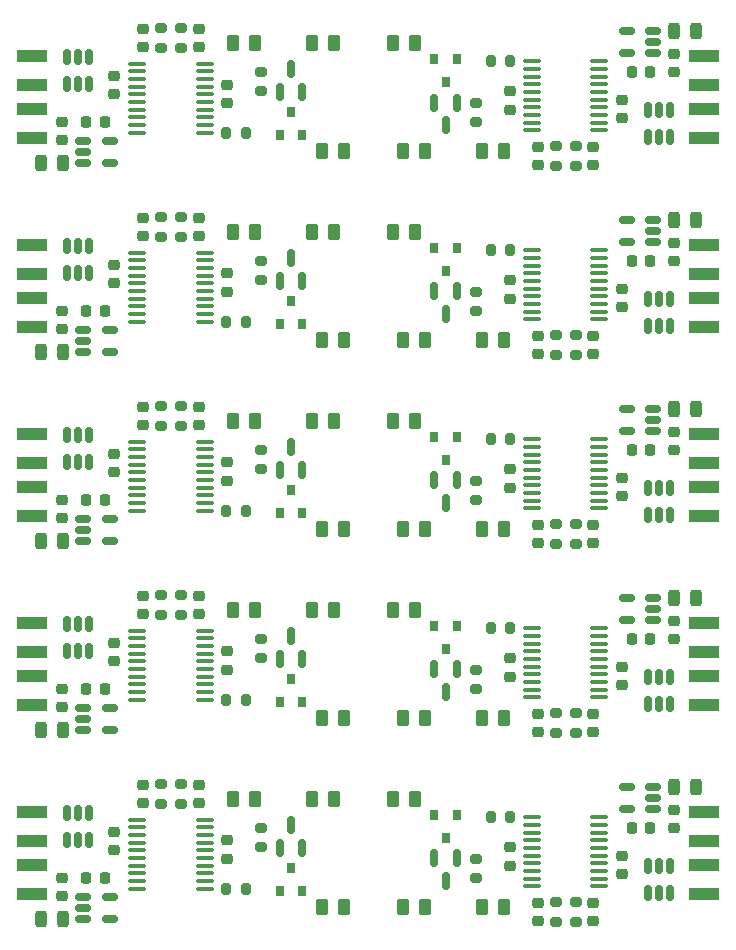
<source format=gbr>
%TF.GenerationSoftware,KiCad,Pcbnew,(5.99.0-10613-g4d227d2d2b)*%
%TF.CreationDate,2021-05-26T08:20:35+03:00*%
%TF.ProjectId,stm32_ds2480_emu_panel,73746d33-325f-4647-9332-3438305f656d,rev?*%
%TF.SameCoordinates,Original*%
%TF.FileFunction,Paste,Top*%
%TF.FilePolarity,Positive*%
%FSLAX46Y46*%
G04 Gerber Fmt 4.6, Leading zero omitted, Abs format (unit mm)*
G04 Created by KiCad (PCBNEW (5.99.0-10613-g4d227d2d2b)) date 2021-05-26 08:20:35*
%MOMM*%
%LPD*%
G01*
G04 APERTURE LIST*
G04 Aperture macros list*
%AMRoundRect*
0 Rectangle with rounded corners*
0 $1 Rounding radius*
0 $2 $3 $4 $5 $6 $7 $8 $9 X,Y pos of 4 corners*
0 Add a 4 corners polygon primitive as box body*
4,1,4,$2,$3,$4,$5,$6,$7,$8,$9,$2,$3,0*
0 Add four circle primitives for the rounded corners*
1,1,$1+$1,$2,$3*
1,1,$1+$1,$4,$5*
1,1,$1+$1,$6,$7*
1,1,$1+$1,$8,$9*
0 Add four rect primitives between the rounded corners*
20,1,$1+$1,$2,$3,$4,$5,0*
20,1,$1+$1,$4,$5,$6,$7,0*
20,1,$1+$1,$6,$7,$8,$9,0*
20,1,$1+$1,$8,$9,$2,$3,0*%
G04 Aperture macros list end*
%ADD10RoundRect,0.200000X-0.275000X0.200000X-0.275000X-0.200000X0.275000X-0.200000X0.275000X0.200000X0*%
%ADD11RoundRect,0.225000X0.250000X-0.225000X0.250000X0.225000X-0.250000X0.225000X-0.250000X-0.225000X0*%
%ADD12RoundRect,0.250000X-0.262500X-0.450000X0.262500X-0.450000X0.262500X0.450000X-0.262500X0.450000X0*%
%ADD13RoundRect,0.150000X0.150000X-0.587500X0.150000X0.587500X-0.150000X0.587500X-0.150000X-0.587500X0*%
%ADD14RoundRect,0.150000X0.512500X0.150000X-0.512500X0.150000X-0.512500X-0.150000X0.512500X-0.150000X0*%
%ADD15RoundRect,0.218750X0.256250X-0.218750X0.256250X0.218750X-0.256250X0.218750X-0.256250X-0.218750X0*%
%ADD16RoundRect,0.150000X-0.150000X0.512500X-0.150000X-0.512500X0.150000X-0.512500X0.150000X0.512500X0*%
%ADD17RoundRect,0.200000X0.200000X0.275000X-0.200000X0.275000X-0.200000X-0.275000X0.200000X-0.275000X0*%
%ADD18RoundRect,0.250000X0.262500X0.450000X-0.262500X0.450000X-0.262500X-0.450000X0.262500X-0.450000X0*%
%ADD19RoundRect,0.100000X-0.637500X-0.100000X0.637500X-0.100000X0.637500X0.100000X-0.637500X0.100000X0*%
%ADD20RoundRect,0.218750X-0.256250X0.218750X-0.256250X-0.218750X0.256250X-0.218750X0.256250X0.218750X0*%
%ADD21R,0.800000X0.900000*%
%ADD22RoundRect,0.225000X-0.250000X0.225000X-0.250000X-0.225000X0.250000X-0.225000X0.250000X0.225000X0*%
%ADD23RoundRect,0.150000X-0.512500X-0.150000X0.512500X-0.150000X0.512500X0.150000X-0.512500X0.150000X0*%
%ADD24RoundRect,0.243750X-0.243750X-0.456250X0.243750X-0.456250X0.243750X0.456250X-0.243750X0.456250X0*%
%ADD25RoundRect,0.200000X0.275000X-0.200000X0.275000X0.200000X-0.275000X0.200000X-0.275000X-0.200000X0*%
%ADD26R,2.500000X1.100000*%
%ADD27RoundRect,0.200000X-0.200000X-0.275000X0.200000X-0.275000X0.200000X0.275000X-0.200000X0.275000X0*%
%ADD28RoundRect,0.100000X0.637500X0.100000X-0.637500X0.100000X-0.637500X-0.100000X0.637500X-0.100000X0*%
%ADD29RoundRect,0.150000X-0.150000X0.587500X-0.150000X-0.587500X0.150000X-0.587500X0.150000X0.587500X0*%
%ADD30RoundRect,0.225000X-0.225000X-0.250000X0.225000X-0.250000X0.225000X0.250000X-0.225000X0.250000X0*%
%ADD31RoundRect,0.225000X0.225000X0.250000X-0.225000X0.250000X-0.225000X-0.250000X0.225000X-0.250000X0*%
%ADD32RoundRect,0.243750X0.243750X0.456250X-0.243750X0.456250X-0.243750X-0.456250X0.243750X-0.456250X0*%
%ADD33RoundRect,0.150000X0.150000X-0.512500X0.150000X0.512500X-0.150000X0.512500X-0.150000X-0.512500X0*%
G04 APERTURE END LIST*
D10*
%TO.C,R5*%
X76600009Y-50475003D03*
X76600009Y-52125003D03*
%TD*%
D11*
%TO.C,C2*%
X55499997Y-82487511D03*
X55499997Y-80937511D03*
%TD*%
%TO.C,C2*%
X55499997Y-66487504D03*
X55499997Y-64937504D03*
%TD*%
D10*
%TO.C,R1*%
X49949997Y-92175018D03*
X49949997Y-93825018D03*
%TD*%
D12*
%TO.C,R4*%
X70437509Y-54600003D03*
X72262509Y-54600003D03*
%TD*%
D13*
%TO.C,Q1*%
X59999997Y-81537511D03*
X61899997Y-81537511D03*
X60949997Y-79662511D03*
%TD*%
D14*
%TO.C,U3*%
X91637509Y-46310003D03*
X91637509Y-45360003D03*
X91637509Y-44410003D03*
X89362509Y-44410003D03*
X89362509Y-46310003D03*
%TD*%
D15*
%TO.C,D2*%
X81850009Y-103787524D03*
X81850009Y-102212524D03*
%TD*%
D16*
%TO.C,U1*%
X93050009Y-83102517D03*
X92100009Y-83102517D03*
X91150009Y-83102517D03*
X91150009Y-85377517D03*
X92100009Y-85377517D03*
X93050009Y-85377517D03*
%TD*%
D17*
%TO.C,R6*%
X79525009Y-94950024D03*
X77875009Y-94950024D03*
%TD*%
D18*
%TO.C,R7*%
X65412497Y-54599997D03*
X63587497Y-54599997D03*
%TD*%
D19*
%TO.C,U2*%
X81337509Y-94975024D03*
X81337509Y-95625024D03*
X81337509Y-96275024D03*
X81337509Y-96925024D03*
X81337509Y-97575024D03*
X81337509Y-98225024D03*
X81337509Y-98875024D03*
X81337509Y-99525024D03*
X81337509Y-100175024D03*
X81337509Y-100825024D03*
X87062509Y-100825024D03*
X87062509Y-100175024D03*
X87062509Y-99525024D03*
X87062509Y-98875024D03*
X87062509Y-98225024D03*
X87062509Y-97575024D03*
X87062509Y-96925024D03*
X87062509Y-96275024D03*
X87062509Y-95625024D03*
X87062509Y-94975024D03*
%TD*%
D12*
%TO.C,R3*%
X56037497Y-77400011D03*
X57862497Y-77400011D03*
%TD*%
D20*
%TO.C,D2*%
X53149997Y-60212504D03*
X53149997Y-61787504D03*
%TD*%
D21*
%TO.C,D3*%
X61899997Y-85250011D03*
X60949997Y-83250011D03*
X59999997Y-85250011D03*
%TD*%
D17*
%TO.C,R6*%
X79525009Y-46950003D03*
X77875009Y-46950003D03*
%TD*%
D22*
%TO.C,C1*%
X89000009Y-98225024D03*
X89000009Y-99775024D03*
%TD*%
D11*
%TO.C,C4*%
X41599997Y-117675025D03*
X41599997Y-116125025D03*
%TD*%
D23*
%TO.C,U3*%
X43362497Y-53689997D03*
X43362497Y-54639997D03*
X43362497Y-55589997D03*
X45637497Y-55589997D03*
X45637497Y-53689997D03*
%TD*%
D18*
%TO.C,R3*%
X78962509Y-118600031D03*
X77137509Y-118600031D03*
%TD*%
D12*
%TO.C,R3*%
X56037497Y-109400025D03*
X57862497Y-109400025D03*
%TD*%
D22*
%TO.C,C1*%
X89000009Y-66225010D03*
X89000009Y-67775010D03*
%TD*%
D18*
%TO.C,R4*%
X64562497Y-109400025D03*
X62737497Y-109400025D03*
%TD*%
D24*
%TO.C,F1*%
X93362509Y-60400010D03*
X95237509Y-60400010D03*
%TD*%
D25*
%TO.C,R1*%
X85050009Y-71825010D03*
X85050009Y-70175010D03*
%TD*%
D11*
%TO.C,C1*%
X45999997Y-97775018D03*
X45999997Y-96225018D03*
%TD*%
D26*
%TO.C,J2*%
X95950009Y-46500003D03*
X95950009Y-49000003D03*
X95950009Y-51000003D03*
X95950009Y-53500003D03*
%TD*%
D11*
%TO.C,C1*%
X45999997Y-81775011D03*
X45999997Y-80225011D03*
%TD*%
D16*
%TO.C,U1*%
X93050009Y-115102531D03*
X92100009Y-115102531D03*
X91150009Y-115102531D03*
X91150009Y-117377531D03*
X92100009Y-117377531D03*
X93050009Y-117377531D03*
%TD*%
D12*
%TO.C,R7*%
X69587509Y-93400024D03*
X71412509Y-93400024D03*
%TD*%
D10*
%TO.C,R2*%
X51649997Y-44174997D03*
X51649997Y-45824997D03*
%TD*%
%TO.C,R2*%
X51649997Y-108175025D03*
X51649997Y-109825025D03*
%TD*%
D27*
%TO.C,R6*%
X55474997Y-117050025D03*
X57124997Y-117050025D03*
%TD*%
D18*
%TO.C,R7*%
X65412497Y-86600011D03*
X63587497Y-86600011D03*
%TD*%
D22*
%TO.C,C4*%
X93400009Y-94325024D03*
X93400009Y-95875024D03*
%TD*%
D23*
%TO.C,U3*%
X43362497Y-85690011D03*
X43362497Y-86640011D03*
X43362497Y-87590011D03*
X45637497Y-87590011D03*
X45637497Y-85690011D03*
%TD*%
D28*
%TO.C,U2*%
X53662497Y-85025011D03*
X53662497Y-84375011D03*
X53662497Y-83725011D03*
X53662497Y-83075011D03*
X53662497Y-82425011D03*
X53662497Y-81775011D03*
X53662497Y-81125011D03*
X53662497Y-80475011D03*
X53662497Y-79825011D03*
X53662497Y-79175011D03*
X47937497Y-79175011D03*
X47937497Y-79825011D03*
X47937497Y-80475011D03*
X47937497Y-81125011D03*
X47937497Y-81775011D03*
X47937497Y-82425011D03*
X47937497Y-83075011D03*
X47937497Y-83725011D03*
X47937497Y-84375011D03*
X47937497Y-85025011D03*
%TD*%
D27*
%TO.C,R6*%
X55474997Y-85050011D03*
X57124997Y-85050011D03*
%TD*%
D12*
%TO.C,R3*%
X56037497Y-45399997D03*
X57862497Y-45399997D03*
%TD*%
D29*
%TO.C,Q1*%
X75000009Y-66462510D03*
X73100009Y-66462510D03*
X74050009Y-68337510D03*
%TD*%
D15*
%TO.C,D1*%
X86550009Y-119787531D03*
X86550009Y-118212531D03*
%TD*%
D24*
%TO.C,F1*%
X93362509Y-92400024D03*
X95237509Y-92400024D03*
%TD*%
D25*
%TO.C,R2*%
X83350009Y-71825010D03*
X83350009Y-70175010D03*
%TD*%
D22*
%TO.C,C1*%
X89000009Y-50225003D03*
X89000009Y-51775003D03*
%TD*%
D15*
%TO.C,D1*%
X86550009Y-71787510D03*
X86550009Y-70212510D03*
%TD*%
D22*
%TO.C,C4*%
X93400009Y-62325010D03*
X93400009Y-63875010D03*
%TD*%
D30*
%TO.C,C3*%
X89825009Y-79850017D03*
X91375009Y-79850017D03*
%TD*%
D12*
%TO.C,R4*%
X70437509Y-70600010D03*
X72262509Y-70600010D03*
%TD*%
D22*
%TO.C,C2*%
X79500009Y-113512531D03*
X79500009Y-115062531D03*
%TD*%
D10*
%TO.C,R1*%
X49949997Y-44174997D03*
X49949997Y-45824997D03*
%TD*%
D20*
%TO.C,D1*%
X48449997Y-76212511D03*
X48449997Y-77787511D03*
%TD*%
D22*
%TO.C,C2*%
X79500009Y-97512524D03*
X79500009Y-99062524D03*
%TD*%
D31*
%TO.C,C3*%
X45174997Y-116150025D03*
X43624997Y-116150025D03*
%TD*%
D21*
%TO.C,D3*%
X73100009Y-62750010D03*
X74050009Y-64750010D03*
X75000009Y-62750010D03*
%TD*%
D10*
%TO.C,R2*%
X51649997Y-60175004D03*
X51649997Y-61825004D03*
%TD*%
D19*
%TO.C,U2*%
X81337509Y-46975003D03*
X81337509Y-47625003D03*
X81337509Y-48275003D03*
X81337509Y-48925003D03*
X81337509Y-49575003D03*
X81337509Y-50225003D03*
X81337509Y-50875003D03*
X81337509Y-51525003D03*
X81337509Y-52175003D03*
X81337509Y-52825003D03*
X87062509Y-52825003D03*
X87062509Y-52175003D03*
X87062509Y-51525003D03*
X87062509Y-50875003D03*
X87062509Y-50225003D03*
X87062509Y-49575003D03*
X87062509Y-48925003D03*
X87062509Y-48275003D03*
X87062509Y-47625003D03*
X87062509Y-46975003D03*
%TD*%
D10*
%TO.C,R1*%
X49949997Y-60175004D03*
X49949997Y-61825004D03*
%TD*%
D11*
%TO.C,C1*%
X45999997Y-49774997D03*
X45999997Y-48224997D03*
%TD*%
D32*
%TO.C,F1*%
X41637497Y-87600011D03*
X39762497Y-87600011D03*
%TD*%
D25*
%TO.C,R5*%
X58399997Y-49524997D03*
X58399997Y-47874997D03*
%TD*%
D10*
%TO.C,R5*%
X76600009Y-66475010D03*
X76600009Y-68125010D03*
%TD*%
D21*
%TO.C,D3*%
X61899997Y-69250004D03*
X60949997Y-67250004D03*
X59999997Y-69250004D03*
%TD*%
D18*
%TO.C,R7*%
X65412497Y-102600018D03*
X63587497Y-102600018D03*
%TD*%
D33*
%TO.C,U1*%
X41949997Y-64897504D03*
X42899997Y-64897504D03*
X43849997Y-64897504D03*
X43849997Y-62622504D03*
X42899997Y-62622504D03*
X41949997Y-62622504D03*
%TD*%
D23*
%TO.C,U3*%
X43362497Y-69690004D03*
X43362497Y-70640004D03*
X43362497Y-71590004D03*
X45637497Y-71590004D03*
X45637497Y-69690004D03*
%TD*%
D21*
%TO.C,D3*%
X73100009Y-78750017D03*
X74050009Y-80750017D03*
X75000009Y-78750017D03*
%TD*%
D28*
%TO.C,U2*%
X53662497Y-101025018D03*
X53662497Y-100375018D03*
X53662497Y-99725018D03*
X53662497Y-99075018D03*
X53662497Y-98425018D03*
X53662497Y-97775018D03*
X53662497Y-97125018D03*
X53662497Y-96475018D03*
X53662497Y-95825018D03*
X53662497Y-95175018D03*
X47937497Y-95175018D03*
X47937497Y-95825018D03*
X47937497Y-96475018D03*
X47937497Y-97125018D03*
X47937497Y-97775018D03*
X47937497Y-98425018D03*
X47937497Y-99075018D03*
X47937497Y-99725018D03*
X47937497Y-100375018D03*
X47937497Y-101025018D03*
%TD*%
D22*
%TO.C,C2*%
X79500009Y-81512517D03*
X79500009Y-83062517D03*
%TD*%
D13*
%TO.C,Q1*%
X59999997Y-65537504D03*
X61899997Y-65537504D03*
X60949997Y-63662504D03*
%TD*%
D17*
%TO.C,R6*%
X79525009Y-62950010D03*
X77875009Y-62950010D03*
%TD*%
D25*
%TO.C,R2*%
X83350009Y-87825017D03*
X83350009Y-86175017D03*
%TD*%
D11*
%TO.C,C1*%
X45999997Y-113775025D03*
X45999997Y-112225025D03*
%TD*%
D15*
%TO.C,D2*%
X81850009Y-119787531D03*
X81850009Y-118212531D03*
%TD*%
D21*
%TO.C,D3*%
X73100009Y-46750003D03*
X74050009Y-48750003D03*
X75000009Y-46750003D03*
%TD*%
D31*
%TO.C,C3*%
X45174997Y-68150004D03*
X43624997Y-68150004D03*
%TD*%
D12*
%TO.C,R7*%
X69587509Y-77400017D03*
X71412509Y-77400017D03*
%TD*%
D33*
%TO.C,U1*%
X41949997Y-96897518D03*
X42899997Y-96897518D03*
X43849997Y-96897518D03*
X43849997Y-94622518D03*
X42899997Y-94622518D03*
X41949997Y-94622518D03*
%TD*%
D22*
%TO.C,C1*%
X89000009Y-82225017D03*
X89000009Y-83775017D03*
%TD*%
D19*
%TO.C,U2*%
X81337509Y-62975010D03*
X81337509Y-63625010D03*
X81337509Y-64275010D03*
X81337509Y-64925010D03*
X81337509Y-65575010D03*
X81337509Y-66225010D03*
X81337509Y-66875010D03*
X81337509Y-67525010D03*
X81337509Y-68175010D03*
X81337509Y-68825010D03*
X87062509Y-68825010D03*
X87062509Y-68175010D03*
X87062509Y-67525010D03*
X87062509Y-66875010D03*
X87062509Y-66225010D03*
X87062509Y-65575010D03*
X87062509Y-64925010D03*
X87062509Y-64275010D03*
X87062509Y-63625010D03*
X87062509Y-62975010D03*
%TD*%
D27*
%TO.C,R6*%
X55474997Y-53049997D03*
X57124997Y-53049997D03*
%TD*%
D33*
%TO.C,U1*%
X41949997Y-80897511D03*
X42899997Y-80897511D03*
X43849997Y-80897511D03*
X43849997Y-78622511D03*
X42899997Y-78622511D03*
X41949997Y-78622511D03*
%TD*%
D13*
%TO.C,Q1*%
X59999997Y-113537525D03*
X61899997Y-113537525D03*
X60949997Y-111662525D03*
%TD*%
D25*
%TO.C,R2*%
X83350009Y-119825031D03*
X83350009Y-118175031D03*
%TD*%
D13*
%TO.C,Q1*%
X59999997Y-97537518D03*
X61899997Y-97537518D03*
X60949997Y-95662518D03*
%TD*%
D33*
%TO.C,U1*%
X41949997Y-48897497D03*
X42899997Y-48897497D03*
X43849997Y-48897497D03*
X43849997Y-46622497D03*
X42899997Y-46622497D03*
X41949997Y-46622497D03*
%TD*%
D25*
%TO.C,R5*%
X58399997Y-65525004D03*
X58399997Y-63875004D03*
%TD*%
D32*
%TO.C,F1*%
X41637497Y-103600018D03*
X39762497Y-103600018D03*
%TD*%
D26*
%TO.C,J2*%
X95950009Y-62500010D03*
X95950009Y-65000010D03*
X95950009Y-67000010D03*
X95950009Y-69500010D03*
%TD*%
%TO.C,J2*%
X39049997Y-85500011D03*
X39049997Y-83000011D03*
X39049997Y-81000011D03*
X39049997Y-78500011D03*
%TD*%
D12*
%TO.C,R3*%
X56037497Y-61400004D03*
X57862497Y-61400004D03*
%TD*%
D11*
%TO.C,C2*%
X55499997Y-98487518D03*
X55499997Y-96937518D03*
%TD*%
D22*
%TO.C,C2*%
X79500009Y-49512503D03*
X79500009Y-51062503D03*
%TD*%
%TO.C,C1*%
X89000009Y-114225031D03*
X89000009Y-115775031D03*
%TD*%
D18*
%TO.C,R7*%
X65412497Y-70600004D03*
X63587497Y-70600004D03*
%TD*%
D14*
%TO.C,U3*%
X91637509Y-78310017D03*
X91637509Y-77360017D03*
X91637509Y-76410017D03*
X89362509Y-76410017D03*
X89362509Y-78310017D03*
%TD*%
D21*
%TO.C,D3*%
X61899997Y-53249997D03*
X60949997Y-51249997D03*
X59999997Y-53249997D03*
%TD*%
D18*
%TO.C,R4*%
X64562497Y-77400011D03*
X62737497Y-77400011D03*
%TD*%
D30*
%TO.C,C3*%
X89825009Y-63850010D03*
X91375009Y-63850010D03*
%TD*%
D18*
%TO.C,R4*%
X64562497Y-93400018D03*
X62737497Y-93400018D03*
%TD*%
D11*
%TO.C,C1*%
X45999997Y-65775004D03*
X45999997Y-64225004D03*
%TD*%
D16*
%TO.C,U1*%
X93050009Y-51102503D03*
X92100009Y-51102503D03*
X91150009Y-51102503D03*
X91150009Y-53377503D03*
X92100009Y-53377503D03*
X93050009Y-53377503D03*
%TD*%
D22*
%TO.C,C2*%
X79500009Y-65512510D03*
X79500009Y-67062510D03*
%TD*%
D20*
%TO.C,D2*%
X53149997Y-76212511D03*
X53149997Y-77787511D03*
%TD*%
D21*
%TO.C,D3*%
X73100009Y-110750031D03*
X74050009Y-112750031D03*
X75000009Y-110750031D03*
%TD*%
D28*
%TO.C,U2*%
X53662497Y-53024997D03*
X53662497Y-52374997D03*
X53662497Y-51724997D03*
X53662497Y-51074997D03*
X53662497Y-50424997D03*
X53662497Y-49774997D03*
X53662497Y-49124997D03*
X53662497Y-48474997D03*
X53662497Y-47824997D03*
X53662497Y-47174997D03*
X47937497Y-47174997D03*
X47937497Y-47824997D03*
X47937497Y-48474997D03*
X47937497Y-49124997D03*
X47937497Y-49774997D03*
X47937497Y-50424997D03*
X47937497Y-51074997D03*
X47937497Y-51724997D03*
X47937497Y-52374997D03*
X47937497Y-53024997D03*
%TD*%
D30*
%TO.C,C3*%
X89825009Y-47850003D03*
X91375009Y-47850003D03*
%TD*%
D10*
%TO.C,R5*%
X76600009Y-114475031D03*
X76600009Y-116125031D03*
%TD*%
D26*
%TO.C,J2*%
X95950009Y-78500017D03*
X95950009Y-81000017D03*
X95950009Y-83000017D03*
X95950009Y-85500017D03*
%TD*%
D29*
%TO.C,Q1*%
X75000009Y-98462524D03*
X73100009Y-98462524D03*
X74050009Y-100337524D03*
%TD*%
D25*
%TO.C,R1*%
X85050009Y-55825003D03*
X85050009Y-54175003D03*
%TD*%
D18*
%TO.C,R4*%
X64562497Y-45399997D03*
X62737497Y-45399997D03*
%TD*%
D14*
%TO.C,U3*%
X91637509Y-110310031D03*
X91637509Y-109360031D03*
X91637509Y-108410031D03*
X89362509Y-108410031D03*
X89362509Y-110310031D03*
%TD*%
D31*
%TO.C,C3*%
X45174997Y-100150018D03*
X43624997Y-100150018D03*
%TD*%
D30*
%TO.C,C3*%
X89825009Y-95850024D03*
X91375009Y-95850024D03*
%TD*%
D18*
%TO.C,R3*%
X78962509Y-86600017D03*
X77137509Y-86600017D03*
%TD*%
D10*
%TO.C,R1*%
X49949997Y-108175025D03*
X49949997Y-109825025D03*
%TD*%
D25*
%TO.C,R2*%
X83350009Y-55825003D03*
X83350009Y-54175003D03*
%TD*%
D10*
%TO.C,R2*%
X51649997Y-76175011D03*
X51649997Y-77825011D03*
%TD*%
D15*
%TO.C,D2*%
X81850009Y-55787503D03*
X81850009Y-54212503D03*
%TD*%
D25*
%TO.C,R1*%
X85050009Y-103825024D03*
X85050009Y-102175024D03*
%TD*%
D16*
%TO.C,U1*%
X93050009Y-67102510D03*
X92100009Y-67102510D03*
X91150009Y-67102510D03*
X91150009Y-69377510D03*
X92100009Y-69377510D03*
X93050009Y-69377510D03*
%TD*%
D25*
%TO.C,R1*%
X85050009Y-119825031D03*
X85050009Y-118175031D03*
%TD*%
D20*
%TO.C,D2*%
X53149997Y-108212525D03*
X53149997Y-109787525D03*
%TD*%
D18*
%TO.C,R3*%
X78962509Y-102600024D03*
X77137509Y-102600024D03*
%TD*%
D17*
%TO.C,R6*%
X79525009Y-78950017D03*
X77875009Y-78950017D03*
%TD*%
D22*
%TO.C,C4*%
X93400009Y-46325003D03*
X93400009Y-47875003D03*
%TD*%
D17*
%TO.C,R6*%
X79525009Y-110950031D03*
X77875009Y-110950031D03*
%TD*%
D29*
%TO.C,Q1*%
X75000009Y-114462531D03*
X73100009Y-114462531D03*
X74050009Y-116337531D03*
%TD*%
D21*
%TO.C,D3*%
X61899997Y-101250018D03*
X60949997Y-99250018D03*
X59999997Y-101250018D03*
%TD*%
D12*
%TO.C,R3*%
X56037497Y-93400018D03*
X57862497Y-93400018D03*
%TD*%
D11*
%TO.C,C4*%
X41599997Y-101675018D03*
X41599997Y-100125018D03*
%TD*%
D15*
%TO.C,D1*%
X86550009Y-87787517D03*
X86550009Y-86212517D03*
%TD*%
D20*
%TO.C,D1*%
X48449997Y-44212497D03*
X48449997Y-45787497D03*
%TD*%
D24*
%TO.C,F1*%
X93362509Y-108400031D03*
X95237509Y-108400031D03*
%TD*%
D11*
%TO.C,C2*%
X55499997Y-50487497D03*
X55499997Y-48937497D03*
%TD*%
D29*
%TO.C,Q1*%
X75000009Y-50462503D03*
X73100009Y-50462503D03*
X74050009Y-52337503D03*
%TD*%
D26*
%TO.C,J2*%
X95950009Y-94500024D03*
X95950009Y-97000024D03*
X95950009Y-99000024D03*
X95950009Y-101500024D03*
%TD*%
%TO.C,J2*%
X39049997Y-101500018D03*
X39049997Y-99000018D03*
X39049997Y-97000018D03*
X39049997Y-94500018D03*
%TD*%
D19*
%TO.C,U2*%
X81337509Y-78975017D03*
X81337509Y-79625017D03*
X81337509Y-80275017D03*
X81337509Y-80925017D03*
X81337509Y-81575017D03*
X81337509Y-82225017D03*
X81337509Y-82875017D03*
X81337509Y-83525017D03*
X81337509Y-84175017D03*
X81337509Y-84825017D03*
X87062509Y-84825017D03*
X87062509Y-84175017D03*
X87062509Y-83525017D03*
X87062509Y-82875017D03*
X87062509Y-82225017D03*
X87062509Y-81575017D03*
X87062509Y-80925017D03*
X87062509Y-80275017D03*
X87062509Y-79625017D03*
X87062509Y-78975017D03*
%TD*%
D27*
%TO.C,R6*%
X55474997Y-101050018D03*
X57124997Y-101050018D03*
%TD*%
D18*
%TO.C,R3*%
X78962509Y-70600010D03*
X77137509Y-70600010D03*
%TD*%
D11*
%TO.C,C4*%
X41599997Y-69675004D03*
X41599997Y-68125004D03*
%TD*%
D19*
%TO.C,U2*%
X81337509Y-110975031D03*
X81337509Y-111625031D03*
X81337509Y-112275031D03*
X81337509Y-112925031D03*
X81337509Y-113575031D03*
X81337509Y-114225031D03*
X81337509Y-114875031D03*
X81337509Y-115525031D03*
X81337509Y-116175031D03*
X81337509Y-116825031D03*
X87062509Y-116825031D03*
X87062509Y-116175031D03*
X87062509Y-115525031D03*
X87062509Y-114875031D03*
X87062509Y-114225031D03*
X87062509Y-113575031D03*
X87062509Y-112925031D03*
X87062509Y-112275031D03*
X87062509Y-111625031D03*
X87062509Y-110975031D03*
%TD*%
D20*
%TO.C,D1*%
X48449997Y-60212504D03*
X48449997Y-61787504D03*
%TD*%
D10*
%TO.C,R5*%
X76600009Y-82475017D03*
X76600009Y-84125017D03*
%TD*%
D21*
%TO.C,D3*%
X61899997Y-117250025D03*
X60949997Y-115250025D03*
X59999997Y-117250025D03*
%TD*%
D24*
%TO.C,F1*%
X93362509Y-44400003D03*
X95237509Y-44400003D03*
%TD*%
D29*
%TO.C,Q1*%
X75000009Y-82462517D03*
X73100009Y-82462517D03*
X74050009Y-84337517D03*
%TD*%
D11*
%TO.C,C4*%
X41599997Y-85675011D03*
X41599997Y-84125011D03*
%TD*%
D15*
%TO.C,D1*%
X86550009Y-103787524D03*
X86550009Y-102212524D03*
%TD*%
D10*
%TO.C,R1*%
X49949997Y-76175011D03*
X49949997Y-77825011D03*
%TD*%
D22*
%TO.C,C4*%
X93400009Y-110325031D03*
X93400009Y-111875031D03*
%TD*%
D12*
%TO.C,R4*%
X70437509Y-118600031D03*
X72262509Y-118600031D03*
%TD*%
%TO.C,R4*%
X70437509Y-102600024D03*
X72262509Y-102600024D03*
%TD*%
D25*
%TO.C,R5*%
X58399997Y-113525025D03*
X58399997Y-111875025D03*
%TD*%
D27*
%TO.C,R6*%
X55474997Y-69050004D03*
X57124997Y-69050004D03*
%TD*%
D16*
%TO.C,U1*%
X93050009Y-99102524D03*
X92100009Y-99102524D03*
X91150009Y-99102524D03*
X91150009Y-101377524D03*
X92100009Y-101377524D03*
X93050009Y-101377524D03*
%TD*%
D20*
%TO.C,D1*%
X48449997Y-108212525D03*
X48449997Y-109787525D03*
%TD*%
%TO.C,D2*%
X53149997Y-92212518D03*
X53149997Y-93787518D03*
%TD*%
D22*
%TO.C,C4*%
X93400009Y-78325017D03*
X93400009Y-79875017D03*
%TD*%
D18*
%TO.C,R4*%
X64562497Y-61400004D03*
X62737497Y-61400004D03*
%TD*%
D31*
%TO.C,C3*%
X45174997Y-84150011D03*
X43624997Y-84150011D03*
%TD*%
D28*
%TO.C,U2*%
X53662497Y-69025004D03*
X53662497Y-68375004D03*
X53662497Y-67725004D03*
X53662497Y-67075004D03*
X53662497Y-66425004D03*
X53662497Y-65775004D03*
X53662497Y-65125004D03*
X53662497Y-64475004D03*
X53662497Y-63825004D03*
X53662497Y-63175004D03*
X47937497Y-63175004D03*
X47937497Y-63825004D03*
X47937497Y-64475004D03*
X47937497Y-65125004D03*
X47937497Y-65775004D03*
X47937497Y-66425004D03*
X47937497Y-67075004D03*
X47937497Y-67725004D03*
X47937497Y-68375004D03*
X47937497Y-69025004D03*
%TD*%
%TO.C,U2*%
X53662497Y-117025025D03*
X53662497Y-116375025D03*
X53662497Y-115725025D03*
X53662497Y-115075025D03*
X53662497Y-114425025D03*
X53662497Y-113775025D03*
X53662497Y-113125025D03*
X53662497Y-112475025D03*
X53662497Y-111825025D03*
X53662497Y-111175025D03*
X47937497Y-111175025D03*
X47937497Y-111825025D03*
X47937497Y-112475025D03*
X47937497Y-113125025D03*
X47937497Y-113775025D03*
X47937497Y-114425025D03*
X47937497Y-115075025D03*
X47937497Y-115725025D03*
X47937497Y-116375025D03*
X47937497Y-117025025D03*
%TD*%
D12*
%TO.C,R4*%
X70437509Y-86600017D03*
X72262509Y-86600017D03*
%TD*%
D10*
%TO.C,R2*%
X51649997Y-92175018D03*
X51649997Y-93825018D03*
%TD*%
D25*
%TO.C,R1*%
X85050009Y-87825017D03*
X85050009Y-86175017D03*
%TD*%
D24*
%TO.C,F1*%
X93362509Y-76400017D03*
X95237509Y-76400017D03*
%TD*%
D12*
%TO.C,R7*%
X69587509Y-45400003D03*
X71412509Y-45400003D03*
%TD*%
%TO.C,R7*%
X69587509Y-109400031D03*
X71412509Y-109400031D03*
%TD*%
D23*
%TO.C,U3*%
X43362497Y-117690025D03*
X43362497Y-118640025D03*
X43362497Y-119590025D03*
X45637497Y-119590025D03*
X45637497Y-117690025D03*
%TD*%
D26*
%TO.C,J2*%
X39049997Y-53499997D03*
X39049997Y-50999997D03*
X39049997Y-48999997D03*
X39049997Y-46499997D03*
%TD*%
D30*
%TO.C,C3*%
X89825009Y-111850031D03*
X91375009Y-111850031D03*
%TD*%
D23*
%TO.C,U3*%
X43362497Y-101690018D03*
X43362497Y-102640018D03*
X43362497Y-103590018D03*
X45637497Y-103590018D03*
X45637497Y-101690018D03*
%TD*%
D25*
%TO.C,R5*%
X58399997Y-81525011D03*
X58399997Y-79875011D03*
%TD*%
D14*
%TO.C,U3*%
X91637509Y-62310010D03*
X91637509Y-61360010D03*
X91637509Y-60410010D03*
X89362509Y-60410010D03*
X89362509Y-62310010D03*
%TD*%
D10*
%TO.C,R5*%
X76600009Y-98475024D03*
X76600009Y-100125024D03*
%TD*%
D14*
%TO.C,U3*%
X91637509Y-94310024D03*
X91637509Y-93360024D03*
X91637509Y-92410024D03*
X89362509Y-92410024D03*
X89362509Y-94310024D03*
%TD*%
D33*
%TO.C,U1*%
X41949997Y-112897525D03*
X42899997Y-112897525D03*
X43849997Y-112897525D03*
X43849997Y-110622525D03*
X42899997Y-110622525D03*
X41949997Y-110622525D03*
%TD*%
D11*
%TO.C,C2*%
X55499997Y-114487525D03*
X55499997Y-112937525D03*
%TD*%
D15*
%TO.C,D1*%
X86550009Y-55787503D03*
X86550009Y-54212503D03*
%TD*%
D20*
%TO.C,D1*%
X48449997Y-92212518D03*
X48449997Y-93787518D03*
%TD*%
D18*
%TO.C,R3*%
X78962509Y-54600003D03*
X77137509Y-54600003D03*
%TD*%
D26*
%TO.C,J2*%
X95950009Y-110500031D03*
X95950009Y-113000031D03*
X95950009Y-115000031D03*
X95950009Y-117500031D03*
%TD*%
D32*
%TO.C,F1*%
X41637497Y-119600025D03*
X39762497Y-119600025D03*
%TD*%
D25*
%TO.C,R2*%
X83350009Y-103825024D03*
X83350009Y-102175024D03*
%TD*%
D20*
%TO.C,D2*%
X53149997Y-44212497D03*
X53149997Y-45787497D03*
%TD*%
D13*
%TO.C,Q1*%
X59999997Y-49537497D03*
X61899997Y-49537497D03*
X60949997Y-47662497D03*
%TD*%
D12*
%TO.C,R7*%
X69587509Y-61400010D03*
X71412509Y-61400010D03*
%TD*%
D15*
%TO.C,D2*%
X81850009Y-71787510D03*
X81850009Y-70212510D03*
%TD*%
D32*
%TO.C,F1*%
X41637497Y-71600004D03*
X39762497Y-71600004D03*
%TD*%
D21*
%TO.C,D3*%
X73100009Y-94750024D03*
X74050009Y-96750024D03*
X75000009Y-94750024D03*
%TD*%
D32*
%TO.C,F1*%
X41637497Y-55599997D03*
X39762497Y-55599997D03*
%TD*%
D18*
%TO.C,R7*%
X65412497Y-118600025D03*
X63587497Y-118600025D03*
%TD*%
D31*
%TO.C,C3*%
X45174997Y-52149997D03*
X43624997Y-52149997D03*
%TD*%
D26*
%TO.C,J2*%
X39049997Y-69500004D03*
X39049997Y-67000004D03*
X39049997Y-65000004D03*
X39049997Y-62500004D03*
%TD*%
%TO.C,J2*%
X39049997Y-117500025D03*
X39049997Y-115000025D03*
X39049997Y-113000025D03*
X39049997Y-110500025D03*
%TD*%
D25*
%TO.C,R5*%
X58399997Y-97525018D03*
X58399997Y-95875018D03*
%TD*%
D15*
%TO.C,D2*%
X81850009Y-87787517D03*
X81850009Y-86212517D03*
%TD*%
D11*
%TO.C,C4*%
X41599997Y-53674997D03*
X41599997Y-52124997D03*
%TD*%
M02*

</source>
